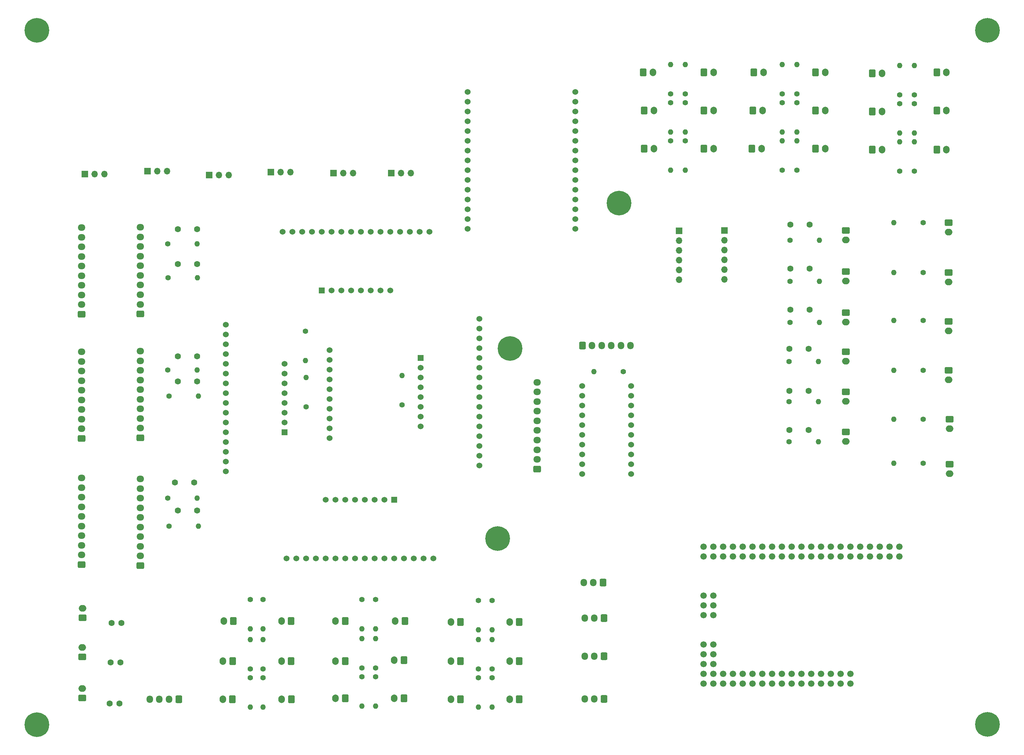
<source format=gbr>
%TF.GenerationSoftware,KiCad,Pcbnew,(6.0.7-1)-1*%
%TF.CreationDate,2022-12-15T20:56:11+05:30*%
%TF.ProjectId,BatteryCircuit,42617474-6572-4794-9369-72637569742e,rev?*%
%TF.SameCoordinates,Original*%
%TF.FileFunction,Soldermask,Top*%
%TF.FilePolarity,Negative*%
%FSLAX46Y46*%
G04 Gerber Fmt 4.6, Leading zero omitted, Abs format (unit mm)*
G04 Created by KiCad (PCBNEW (6.0.7-1)-1) date 2022-12-15 20:56:11*
%MOMM*%
%LPD*%
G01*
G04 APERTURE LIST*
G04 Aperture macros list*
%AMRoundRect*
0 Rectangle with rounded corners*
0 $1 Rounding radius*
0 $2 $3 $4 $5 $6 $7 $8 $9 X,Y pos of 4 corners*
0 Add a 4 corners polygon primitive as box body*
4,1,4,$2,$3,$4,$5,$6,$7,$8,$9,$2,$3,0*
0 Add four circle primitives for the rounded corners*
1,1,$1+$1,$2,$3*
1,1,$1+$1,$4,$5*
1,1,$1+$1,$6,$7*
1,1,$1+$1,$8,$9*
0 Add four rect primitives between the rounded corners*
20,1,$1+$1,$2,$3,$4,$5,0*
20,1,$1+$1,$4,$5,$6,$7,0*
20,1,$1+$1,$6,$7,$8,$9,0*
20,1,$1+$1,$8,$9,$2,$3,0*%
G04 Aperture macros list end*
%ADD10RoundRect,0.250000X0.600000X0.750000X-0.600000X0.750000X-0.600000X-0.750000X0.600000X-0.750000X0*%
%ADD11O,1.700000X2.000000*%
%ADD12C,1.400000*%
%ADD13O,1.400000X1.400000*%
%ADD14RoundRect,0.250000X-0.750000X0.600000X-0.750000X-0.600000X0.750000X-0.600000X0.750000X0.600000X0*%
%ADD15O,2.000000X1.700000*%
%ADD16RoundRect,0.250000X-0.600000X-0.750000X0.600000X-0.750000X0.600000X0.750000X-0.600000X0.750000X0*%
%ADD17C,1.600000*%
%ADD18R,1.700000X1.700000*%
%ADD19O,1.700000X1.700000*%
%ADD20C,1.524000*%
%ADD21RoundRect,0.250000X0.600000X0.725000X-0.600000X0.725000X-0.600000X-0.725000X0.600000X-0.725000X0*%
%ADD22O,1.700000X1.950000*%
%ADD23C,6.400000*%
%ADD24R,1.524000X1.524000*%
%ADD25RoundRect,0.250000X0.725000X-0.600000X0.725000X0.600000X-0.725000X0.600000X-0.725000X-0.600000X0*%
%ADD26O,1.950000X1.700000*%
%ADD27RoundRect,0.250000X0.750000X-0.600000X0.750000X0.600000X-0.750000X0.600000X-0.750000X-0.600000X0*%
%ADD28C,1.676400*%
%ADD29RoundRect,0.250000X-0.600000X-0.725000X0.600000X-0.725000X0.600000X0.725000X-0.600000X0.725000X0*%
G04 APERTURE END LIST*
D10*
%TO.C,J61*%
X120904000Y-191516000D03*
D11*
X118404000Y-191516000D03*
%TD*%
D12*
%TO.C,R52*%
X255397000Y-88011000D03*
D13*
X247777000Y-88011000D03*
%TD*%
D12*
%TO.C,R41*%
X59419000Y-159586000D03*
D13*
X67039000Y-159586000D03*
%TD*%
D14*
%TO.C,J48*%
X262272000Y-150769000D03*
D15*
X262272000Y-153269000D03*
%TD*%
D12*
%TO.C,R39*%
X59419000Y-126312000D03*
D13*
X67039000Y-126312000D03*
%TD*%
D16*
%TO.C,J23*%
X183007000Y-58928000D03*
D11*
X185507000Y-58928000D03*
%TD*%
D12*
%TO.C,R27*%
X253091000Y-54881000D03*
D13*
X253091000Y-47261000D03*
%TD*%
D16*
%TO.C,J44*%
X258933000Y-69105000D03*
D11*
X261433000Y-69105000D03*
%TD*%
D16*
%TO.C,J40*%
X242189000Y-59182000D03*
D11*
X244689000Y-59182000D03*
%TD*%
D17*
%TO.C,C7*%
X44834000Y-191984000D03*
X47334000Y-191984000D03*
%TD*%
D12*
%TO.C,R31*%
X59690000Y-166878000D03*
D13*
X67310000Y-166878000D03*
%TD*%
D12*
%TO.C,R43*%
X255397000Y-126365000D03*
D13*
X247777000Y-126365000D03*
%TD*%
D18*
%TO.C,J36*%
X203835000Y-90043000D03*
D19*
X203835000Y-92583000D03*
X203835000Y-95123000D03*
X203835000Y-97663000D03*
X203835000Y-100203000D03*
X203835000Y-102743000D03*
%TD*%
D12*
%TO.C,R7*%
X120142000Y-135382000D03*
D13*
X120142000Y-127762000D03*
%TD*%
D18*
%TO.C,J37*%
X192024000Y-90170000D03*
D19*
X192024000Y-92710000D03*
X192024000Y-95250000D03*
X192024000Y-97790000D03*
X192024000Y-100330000D03*
X192024000Y-102870000D03*
%TD*%
D14*
%TO.C,J66*%
X262018000Y-88031000D03*
D15*
X262018000Y-90531000D03*
%TD*%
D12*
%TO.C,R21*%
X95123000Y-116205000D03*
D13*
X95123000Y-123825000D03*
%TD*%
D16*
%TO.C,J41*%
X242189000Y-69088000D03*
D11*
X244689000Y-69088000D03*
%TD*%
D10*
%TO.C,J67*%
X91440000Y-211836000D03*
D11*
X88940000Y-211836000D03*
%TD*%
D10*
%TO.C,J54*%
X135362000Y-191787000D03*
D11*
X132862000Y-191787000D03*
%TD*%
D20*
%TO.C,U2*%
X165100000Y-89662000D03*
X165100000Y-87122000D03*
X165100000Y-84582000D03*
X165100000Y-82042000D03*
X165100000Y-79502000D03*
X165100000Y-76962000D03*
X165100000Y-74422000D03*
X165100000Y-71882000D03*
X165100000Y-69342000D03*
X165100000Y-66802000D03*
X165100000Y-64262000D03*
X165100000Y-61722000D03*
X165100000Y-59182000D03*
X165100000Y-56642000D03*
X165100000Y-54102000D03*
X137160000Y-54102000D03*
X137160000Y-56642000D03*
X137160000Y-59182000D03*
X137160000Y-61722000D03*
X137160000Y-64262000D03*
X137160000Y-66802000D03*
X137160000Y-69342000D03*
X137160000Y-71882000D03*
X137160000Y-74422000D03*
X137160000Y-76962000D03*
X137160000Y-79502000D03*
X137160000Y-82042000D03*
X137160000Y-84582000D03*
X137160000Y-87122000D03*
X137160000Y-89662000D03*
%TD*%
D18*
%TO.C,J21*%
X70104000Y-75692000D03*
D19*
X72644000Y-75692000D03*
X75184000Y-75692000D03*
%TD*%
D10*
%TO.C,J59*%
X120650000Y-211582000D03*
D11*
X118150000Y-211582000D03*
%TD*%
D21*
%TO.C,J14*%
X172553000Y-200677000D03*
D22*
X170053000Y-200677000D03*
X167553000Y-200677000D03*
%TD*%
D12*
%TO.C,R56*%
X80772000Y-206248000D03*
D13*
X80772000Y-213868000D03*
%TD*%
D10*
%TO.C,J62*%
X105410000Y-211582000D03*
D11*
X102910000Y-211582000D03*
%TD*%
D10*
%TO.C,J49*%
X150602000Y-211853000D03*
D11*
X148102000Y-211853000D03*
%TD*%
D12*
%TO.C,R42*%
X255397000Y-139065000D03*
D13*
X247777000Y-139065000D03*
%TD*%
D12*
%TO.C,R58*%
X80772000Y-185928000D03*
D13*
X80772000Y-193548000D03*
%TD*%
D16*
%TO.C,J25*%
X198501000Y-49022000D03*
D11*
X201001000Y-49022000D03*
%TD*%
D18*
%TO.C,J8*%
X117348000Y-75184000D03*
D19*
X119888000Y-75184000D03*
X122428000Y-75184000D03*
%TD*%
D12*
%TO.C,R36*%
X139954000Y-206248000D03*
D13*
X139954000Y-213868000D03*
%TD*%
D12*
%TO.C,R29*%
X253091000Y-74693000D03*
D13*
X253091000Y-67073000D03*
%TD*%
D12*
%TO.C,R15*%
X218821000Y-56896000D03*
D13*
X218821000Y-64516000D03*
%TD*%
D14*
%TO.C,J12*%
X235348000Y-131973000D03*
D15*
X235348000Y-134473000D03*
%TD*%
D21*
%TO.C,J13*%
X172553000Y-211726000D03*
D22*
X170053000Y-211726000D03*
X167553000Y-211726000D03*
%TD*%
D14*
%TO.C,J11*%
X235348000Y-100731000D03*
D15*
X235348000Y-103231000D03*
%TD*%
D16*
%TO.C,J29*%
X211475000Y-49005000D03*
D11*
X213975000Y-49005000D03*
%TD*%
D16*
%TO.C,J27*%
X198501000Y-68834000D03*
D11*
X201001000Y-68834000D03*
%TD*%
D23*
%TO.C,P1*%
X25400000Y-218440000D03*
%TD*%
D10*
%TO.C,J71*%
X76200000Y-201930000D03*
D11*
X73700000Y-201930000D03*
%TD*%
D17*
%TO.C,C5*%
X220893000Y-99949000D03*
X225893000Y-99949000D03*
%TD*%
D23*
%TO.C,P2*%
X272084800Y-218389200D03*
%TD*%
D12*
%TO.C,R17*%
X222631000Y-54610000D03*
D13*
X222631000Y-46990000D03*
%TD*%
D20*
%TO.C,U4*%
X101346000Y-121158000D03*
X101346000Y-123698000D03*
X101346000Y-126238000D03*
X101346000Y-128778000D03*
X101346000Y-131318000D03*
X101346000Y-133858000D03*
X101346000Y-136398000D03*
X101346000Y-138938000D03*
X101346000Y-141478000D03*
X101346000Y-144018000D03*
%TD*%
D12*
%TO.C,R26*%
X249281000Y-74693000D03*
D13*
X249281000Y-67073000D03*
%TD*%
D21*
%TO.C,J5*%
X172299000Y-181500000D03*
D22*
X169799000Y-181500000D03*
X167299000Y-181500000D03*
%TD*%
D12*
%TO.C,R49*%
X109748000Y-185911000D03*
D13*
X109748000Y-193531000D03*
%TD*%
D12*
%TO.C,R8*%
X189845000Y-54627000D03*
D13*
X189845000Y-47007000D03*
%TD*%
D12*
%TO.C,R40*%
X255397000Y-150495000D03*
D13*
X247777000Y-150495000D03*
%TD*%
D20*
%TO.C,U7*%
X89154000Y-90424000D03*
X91694000Y-90424000D03*
X94234000Y-90424000D03*
X96774000Y-90424000D03*
X99314000Y-90424000D03*
X101854000Y-90424000D03*
X104394000Y-90424000D03*
X106934000Y-90424000D03*
X109474000Y-90424000D03*
X112014000Y-90424000D03*
X114554000Y-90424000D03*
X117094000Y-90424000D03*
X119634000Y-90424000D03*
X122174000Y-90424000D03*
X124714000Y-90424000D03*
X127254000Y-90424000D03*
X117094000Y-105664000D03*
X114554000Y-105664000D03*
X112014000Y-105664000D03*
X109474000Y-105664000D03*
X106934000Y-105664000D03*
X104394000Y-105664000D03*
X101854000Y-105664000D03*
D24*
X99314000Y-105664000D03*
%TD*%
D12*
%TO.C,R13*%
X193655000Y-66819000D03*
D13*
X193655000Y-74439000D03*
%TD*%
D12*
%TO.C,R3*%
X220853000Y-103251000D03*
D13*
X228473000Y-103251000D03*
%TD*%
D23*
%TO.C,P7*%
X144983200Y-170129200D03*
%TD*%
D14*
%TO.C,J58*%
X262001000Y-113665000D03*
D15*
X262001000Y-116165000D03*
%TD*%
D21*
%TO.C,J10*%
X172553000Y-190771000D03*
D22*
X170053000Y-190771000D03*
X167553000Y-190771000D03*
%TD*%
D17*
%TO.C,C6*%
X220639000Y-131699000D03*
X225639000Y-131699000D03*
%TD*%
D10*
%TO.C,J64*%
X105410000Y-191516000D03*
D11*
X102910000Y-191516000D03*
%TD*%
D18*
%TO.C,J28*%
X37846000Y-75438000D03*
D19*
X40386000Y-75438000D03*
X42926000Y-75438000D03*
%TD*%
D25*
%TO.C,J7*%
X155194000Y-152019000D03*
D26*
X155194000Y-149519000D03*
X155194000Y-147019000D03*
X155194000Y-144519000D03*
X155194000Y-142019000D03*
X155194000Y-139519000D03*
X155194000Y-137019000D03*
X155194000Y-134519000D03*
X155194000Y-132019000D03*
X155194000Y-129519000D03*
%TD*%
D12*
%TO.C,R5*%
X220599000Y-144907000D03*
D13*
X228219000Y-144907000D03*
%TD*%
D10*
%TO.C,J72*%
X76434000Y-191533000D03*
D11*
X73934000Y-191533000D03*
%TD*%
D27*
%TO.C,J3*%
X37177000Y-211522000D03*
D15*
X37177000Y-209022000D03*
%TD*%
D10*
%TO.C,J69*%
X91420000Y-191533000D03*
D11*
X88920000Y-191533000D03*
%TD*%
D17*
%TO.C,C2*%
X220893000Y-88519000D03*
X225893000Y-88519000D03*
%TD*%
D18*
%TO.C,J20*%
X54102000Y-74676000D03*
D19*
X56642000Y-74676000D03*
X59182000Y-74676000D03*
%TD*%
D16*
%TO.C,J26*%
X198501000Y-58928000D03*
D11*
X201001000Y-58928000D03*
%TD*%
D17*
%TO.C,C10*%
X67016000Y-98806000D03*
X62016000Y-98806000D03*
%TD*%
D12*
%TO.C,R57*%
X80772000Y-203962000D03*
D13*
X80772000Y-196342000D03*
%TD*%
D23*
%TO.C,P5*%
X176479200Y-83007200D03*
%TD*%
D20*
%TO.C,U8*%
X128270000Y-175260000D03*
X125730000Y-175260000D03*
X123190000Y-175260000D03*
X120650000Y-175260000D03*
X118110000Y-175260000D03*
X115570000Y-175260000D03*
X113030000Y-175260000D03*
X110490000Y-175260000D03*
X107950000Y-175260000D03*
X105410000Y-175260000D03*
X102870000Y-175260000D03*
X100330000Y-175260000D03*
X97790000Y-175260000D03*
X95250000Y-175260000D03*
X92710000Y-175260000D03*
X90170000Y-175260000D03*
X100330000Y-160020000D03*
X102870000Y-160020000D03*
X105410000Y-160020000D03*
X107950000Y-160020000D03*
X110490000Y-160020000D03*
X113030000Y-160020000D03*
X115570000Y-160020000D03*
D24*
X118110000Y-160020000D03*
%TD*%
D12*
%TO.C,R28*%
X253091000Y-57167000D03*
D13*
X253091000Y-64787000D03*
%TD*%
D12*
%TO.C,R34*%
X143510000Y-203962000D03*
D13*
X143510000Y-196342000D03*
%TD*%
D23*
%TO.C,P3*%
X272034000Y-38100000D03*
%TD*%
D12*
%TO.C,R37*%
X139954000Y-203962000D03*
D13*
X139954000Y-196342000D03*
%TD*%
D16*
%TO.C,J43*%
X258933000Y-58928000D03*
D11*
X261433000Y-58928000D03*
%TD*%
D16*
%TO.C,J30*%
X211221000Y-58911000D03*
D11*
X213721000Y-58911000D03*
%TD*%
D20*
%TO.C,U6*%
X140208000Y-113030000D03*
X140208000Y-115570000D03*
X140208000Y-118110000D03*
X140208000Y-120650000D03*
X140208000Y-123190000D03*
X140208000Y-125730000D03*
X140208000Y-128270000D03*
X140208000Y-130810000D03*
X140208000Y-133350000D03*
X140208000Y-135890000D03*
X140208000Y-138430000D03*
X140208000Y-140970000D03*
X140208000Y-143510000D03*
X140208000Y-146050000D03*
X140208000Y-148590000D03*
X140208000Y-151130000D03*
X124968000Y-140970000D03*
X124968000Y-138430000D03*
X124968000Y-135890000D03*
X124968000Y-133350000D03*
X124968000Y-130810000D03*
X124968000Y-128270000D03*
X124968000Y-125730000D03*
D24*
X124968000Y-123190000D03*
%TD*%
D28*
%TO.C,U3*%
X241608000Y-172212000D03*
X241608000Y-174752000D03*
X244148000Y-172212000D03*
X244148000Y-174752000D03*
X198428000Y-189992000D03*
X236528000Y-207772000D03*
X236528000Y-205232000D03*
X233988000Y-207772000D03*
X233988000Y-205232000D03*
X231448000Y-207772000D03*
X231448000Y-205232000D03*
X228908000Y-207772000D03*
X228908000Y-205232000D03*
X226368000Y-207772000D03*
X226368000Y-205232000D03*
X223828000Y-207772000D03*
X223828000Y-205232000D03*
X221288000Y-207772000D03*
X221288000Y-205232000D03*
X218748000Y-207772000D03*
X218748000Y-205232000D03*
X239068000Y-174752000D03*
X233988000Y-174752000D03*
X233988000Y-172212000D03*
X231448000Y-174752000D03*
X231448000Y-172212000D03*
X228908000Y-174752000D03*
X228908000Y-172212000D03*
X226368000Y-174752000D03*
X226368000Y-172212000D03*
X223828000Y-174752000D03*
X223828000Y-172212000D03*
X221288000Y-174752000D03*
X221288000Y-172212000D03*
X218748000Y-174752000D03*
X218748000Y-172212000D03*
X216208000Y-174752000D03*
X216208000Y-172212000D03*
X213668000Y-174752000D03*
X213668000Y-172212000D03*
X211128000Y-174752000D03*
X211128000Y-172212000D03*
X208588000Y-174752000D03*
X208588000Y-172212000D03*
X206048000Y-174752000D03*
X206048000Y-172212000D03*
X203508000Y-174752000D03*
X203508000Y-172212000D03*
X200968000Y-174752000D03*
X200968000Y-172212000D03*
X198428000Y-174752000D03*
X198428000Y-172212000D03*
X216208000Y-207772000D03*
X216208000Y-205232000D03*
X213668000Y-207772000D03*
X213668000Y-205232000D03*
X211128000Y-207772000D03*
X211128000Y-205232000D03*
X208588000Y-207772000D03*
X208588000Y-205232000D03*
X206048000Y-207772000D03*
X206048000Y-205232000D03*
X203508000Y-207772000D03*
X203508000Y-205232000D03*
X200968000Y-207772000D03*
X200968000Y-205232000D03*
X198428000Y-207772000D03*
X198428000Y-205232000D03*
X198428000Y-202692000D03*
X200968000Y-202692000D03*
X198428000Y-200152000D03*
X200968000Y-200152000D03*
X198428000Y-197612000D03*
X200968000Y-197612000D03*
X246688000Y-172212000D03*
X246688000Y-174752000D03*
X198428000Y-184912000D03*
X200968000Y-189992000D03*
X198428000Y-187452000D03*
X200968000Y-184912000D03*
X239068000Y-172212000D03*
X236528000Y-174752000D03*
X200968000Y-187452000D03*
X236528000Y-172212000D03*
X249228000Y-172212000D03*
X249228000Y-174752000D03*
%TD*%
D17*
%TO.C,C8*%
X220639000Y-141859000D03*
X225639000Y-141859000D03*
%TD*%
D16*
%TO.C,J42*%
X258933000Y-49039000D03*
D11*
X261433000Y-49039000D03*
%TD*%
D10*
%TO.C,J60*%
X120670000Y-201659000D03*
D11*
X118170000Y-201659000D03*
%TD*%
D12*
%TO.C,R32*%
X59419000Y-93546000D03*
D13*
X67039000Y-93546000D03*
%TD*%
D12*
%TO.C,R23*%
X59436000Y-102362000D03*
D13*
X67056000Y-102362000D03*
%TD*%
D25*
%TO.C,J46*%
X52290000Y-111760000D03*
D26*
X52290000Y-109260000D03*
X52290000Y-106760000D03*
X52290000Y-104260000D03*
X52290000Y-101760000D03*
X52290000Y-99260000D03*
X52290000Y-96760000D03*
X52290000Y-94260000D03*
X52290000Y-91760000D03*
X52290000Y-89260000D03*
%TD*%
D17*
%TO.C,C3*%
X44326000Y-212939000D03*
X46826000Y-212939000D03*
%TD*%
D12*
%TO.C,R55*%
X84074000Y-185928000D03*
D13*
X84074000Y-193548000D03*
%TD*%
D12*
%TO.C,R18*%
X222631000Y-56896000D03*
D13*
X222631000Y-64516000D03*
%TD*%
D25*
%TO.C,J38*%
X37067000Y-144092000D03*
D26*
X37067000Y-141592000D03*
X37067000Y-139092000D03*
X37067000Y-136592000D03*
X37067000Y-134092000D03*
X37067000Y-131592000D03*
X37067000Y-129092000D03*
X37067000Y-126592000D03*
X37067000Y-124092000D03*
X37067000Y-121592000D03*
%TD*%
D16*
%TO.C,J39*%
X242189000Y-49276000D03*
D11*
X244689000Y-49276000D03*
%TD*%
D12*
%TO.C,R14*%
X218821000Y-54610000D03*
D13*
X218821000Y-46990000D03*
%TD*%
D14*
%TO.C,J57*%
X262018000Y-126385000D03*
D15*
X262018000Y-128885000D03*
%TD*%
D10*
%TO.C,J50*%
X150602000Y-201947000D03*
D11*
X148102000Y-201947000D03*
%TD*%
D16*
%TO.C,J33*%
X227477000Y-58928000D03*
D11*
X229977000Y-58928000D03*
%TD*%
D12*
%TO.C,R25*%
X249281000Y-57167000D03*
D13*
X249281000Y-64787000D03*
%TD*%
D16*
%TO.C,J22*%
X182753000Y-49022000D03*
D11*
X185253000Y-49022000D03*
%TD*%
D12*
%TO.C,R10*%
X189845000Y-66819000D03*
D13*
X189845000Y-74439000D03*
%TD*%
D17*
%TO.C,C13*%
X66999000Y-89736000D03*
X61999000Y-89736000D03*
%TD*%
D14*
%TO.C,J16*%
X235348000Y-111399000D03*
D15*
X235348000Y-113899000D03*
%TD*%
D12*
%TO.C,R6*%
X220853000Y-113919000D03*
D13*
X228473000Y-113919000D03*
%TD*%
D12*
%TO.C,R22*%
X177546000Y-126746000D03*
D13*
X169926000Y-126746000D03*
%TD*%
D10*
%TO.C,J70*%
X76160000Y-211836000D03*
D11*
X73660000Y-211836000D03*
%TD*%
D17*
%TO.C,C12*%
X67016000Y-162814000D03*
X62016000Y-162814000D03*
%TD*%
D12*
%TO.C,R24*%
X249281000Y-54881000D03*
D13*
X249281000Y-47261000D03*
%TD*%
D12*
%TO.C,R45*%
X113304000Y-203691000D03*
D13*
X113304000Y-196071000D03*
%TD*%
D12*
%TO.C,R50*%
X255397000Y-113411000D03*
D13*
X247777000Y-113411000D03*
%TD*%
D18*
%TO.C,J19*%
X86106000Y-74930000D03*
D19*
X88646000Y-74930000D03*
X91186000Y-74930000D03*
%TD*%
D12*
%TO.C,R9*%
X189845000Y-56913000D03*
D13*
X189845000Y-64533000D03*
%TD*%
D17*
%TO.C,C11*%
X67016000Y-129286000D03*
X62016000Y-129286000D03*
%TD*%
D12*
%TO.C,R19*%
X222631000Y-74422000D03*
D13*
X222631000Y-66802000D03*
%TD*%
D16*
%TO.C,J24*%
X183007000Y-68834000D03*
D11*
X185507000Y-68834000D03*
%TD*%
D17*
%TO.C,C4*%
X44580000Y-202271000D03*
X47080000Y-202271000D03*
%TD*%
D12*
%TO.C,R44*%
X113304000Y-205977000D03*
D13*
X113304000Y-213597000D03*
%TD*%
D16*
%TO.C,J31*%
X210967000Y-68817000D03*
D11*
X213467000Y-68817000D03*
%TD*%
D14*
%TO.C,J1*%
X235348000Y-121559000D03*
D15*
X235348000Y-124059000D03*
%TD*%
D10*
%TO.C,J52*%
X135362000Y-211853000D03*
D11*
X132862000Y-211853000D03*
%TD*%
D12*
%TO.C,R11*%
X193655000Y-54627000D03*
D13*
X193655000Y-47007000D03*
%TD*%
D12*
%TO.C,R38*%
X139954000Y-186182000D03*
D13*
X139954000Y-193802000D03*
%TD*%
D12*
%TO.C,R4*%
X220599000Y-134493000D03*
D13*
X228219000Y-134493000D03*
%TD*%
D12*
%TO.C,R1*%
X220599000Y-124079000D03*
D13*
X228219000Y-124079000D03*
%TD*%
D12*
%TO.C,R35*%
X143510000Y-186182000D03*
D13*
X143510000Y-193802000D03*
%TD*%
D12*
%TO.C,R30*%
X59690000Y-133096000D03*
D13*
X67310000Y-133096000D03*
%TD*%
D16*
%TO.C,J34*%
X227477000Y-68817000D03*
D11*
X229977000Y-68817000D03*
%TD*%
D12*
%TO.C,R16*%
X218821000Y-74422000D03*
D13*
X218821000Y-66802000D03*
%TD*%
D25*
%TO.C,J35*%
X37067000Y-111834000D03*
D26*
X37067000Y-109334000D03*
X37067000Y-106834000D03*
X37067000Y-104334000D03*
X37067000Y-101834000D03*
X37067000Y-99334000D03*
X37067000Y-96834000D03*
X37067000Y-94334000D03*
X37067000Y-91834000D03*
X37067000Y-89334000D03*
%TD*%
D21*
%TO.C,J17*%
X62230000Y-211836000D03*
D22*
X59730000Y-211836000D03*
X57230000Y-211836000D03*
X54730000Y-211836000D03*
%TD*%
D29*
%TO.C,J6*%
X166978000Y-119998000D03*
D22*
X169478000Y-119998000D03*
X171978000Y-119998000D03*
X174478000Y-119998000D03*
X176978000Y-119998000D03*
X179478000Y-119998000D03*
%TD*%
D12*
%TO.C,R2*%
X220853000Y-92583000D03*
D13*
X228473000Y-92583000D03*
%TD*%
D12*
%TO.C,R12*%
X193655000Y-56913000D03*
D13*
X193655000Y-64533000D03*
%TD*%
D18*
%TO.C,J18*%
X102362000Y-75184000D03*
D19*
X104902000Y-75184000D03*
X107442000Y-75184000D03*
%TD*%
D12*
%TO.C,R47*%
X109748000Y-205977000D03*
D13*
X109748000Y-213597000D03*
%TD*%
D12*
%TO.C,R20*%
X95250000Y-135890000D03*
D13*
X95250000Y-128270000D03*
%TD*%
D12*
%TO.C,R54*%
X84074000Y-203962000D03*
D13*
X84074000Y-196342000D03*
%TD*%
D10*
%TO.C,J53*%
X135362000Y-201947000D03*
D11*
X132862000Y-201947000D03*
%TD*%
D27*
%TO.C,J9*%
X37304000Y-190694000D03*
D15*
X37304000Y-188194000D03*
%TD*%
D20*
%TO.C,U1*%
X166878000Y-130429000D03*
X166878000Y-132969000D03*
X166878000Y-135509000D03*
X166878000Y-138049000D03*
X166878000Y-140589000D03*
X166878000Y-143129000D03*
X166878000Y-145669000D03*
X166878000Y-148209000D03*
X166878000Y-150749000D03*
X166878000Y-153289000D03*
X179578000Y-153289000D03*
X179578000Y-150749000D03*
X179578000Y-148209000D03*
X179578000Y-145669000D03*
X179578000Y-143129000D03*
X179578000Y-140589000D03*
X179578000Y-138049000D03*
X179578000Y-135509000D03*
X179578000Y-132969000D03*
X179578000Y-130429000D03*
%TD*%
%TO.C,U5*%
X74422000Y-152654000D03*
X74422000Y-150114000D03*
X74422000Y-147574000D03*
X74422000Y-145034000D03*
X74422000Y-142494000D03*
X74422000Y-139954000D03*
X74422000Y-137414000D03*
X74422000Y-134874000D03*
X74422000Y-132334000D03*
X74422000Y-129794000D03*
X74422000Y-127254000D03*
X74422000Y-124714000D03*
X74422000Y-122174000D03*
X74422000Y-119634000D03*
X74422000Y-117094000D03*
X74422000Y-114554000D03*
X89662000Y-124714000D03*
X89662000Y-127254000D03*
X89662000Y-129794000D03*
X89662000Y-132334000D03*
X89662000Y-134874000D03*
X89662000Y-137414000D03*
X89662000Y-139954000D03*
D24*
X89662000Y-142494000D03*
%TD*%
D12*
%TO.C,R51*%
X255397000Y-100965000D03*
D13*
X247777000Y-100965000D03*
%TD*%
D14*
%TO.C,J15*%
X235348000Y-142387000D03*
D15*
X235348000Y-144887000D03*
%TD*%
D25*
%TO.C,J45*%
X37067000Y-176858000D03*
D26*
X37067000Y-174358000D03*
X37067000Y-171858000D03*
X37067000Y-169358000D03*
X37067000Y-166858000D03*
X37067000Y-164358000D03*
X37067000Y-161858000D03*
X37067000Y-159358000D03*
X37067000Y-156858000D03*
X37067000Y-154358000D03*
%TD*%
D12*
%TO.C,R46*%
X113304000Y-185911000D03*
D13*
X113304000Y-193531000D03*
%TD*%
D17*
%TO.C,C9*%
X220893000Y-110617000D03*
X225893000Y-110617000D03*
%TD*%
%TO.C,C1*%
X220679000Y-120777000D03*
X225679000Y-120777000D03*
%TD*%
D12*
%TO.C,R48*%
X109748000Y-203691000D03*
D13*
X109748000Y-196071000D03*
%TD*%
D17*
%TO.C,C14*%
X66999000Y-122756000D03*
X61999000Y-122756000D03*
%TD*%
D14*
%TO.C,J56*%
X262255000Y-139065000D03*
D15*
X262255000Y-141565000D03*
%TD*%
D12*
%TO.C,R33*%
X143510000Y-206248000D03*
D13*
X143510000Y-213868000D03*
%TD*%
D23*
%TO.C,P4*%
X25400000Y-38100000D03*
%TD*%
D14*
%TO.C,J65*%
X262018000Y-100985000D03*
D15*
X262018000Y-103485000D03*
%TD*%
D23*
%TO.C,P6*%
X148234400Y-120751600D03*
%TD*%
D17*
%TO.C,C15*%
X61214000Y-155522000D03*
X66214000Y-155522000D03*
%TD*%
D12*
%TO.C,R53*%
X84074000Y-206248000D03*
D13*
X84074000Y-213868000D03*
%TD*%
D10*
%TO.C,J63*%
X105410000Y-201930000D03*
D11*
X102910000Y-201930000D03*
%TD*%
D16*
%TO.C,J32*%
X227477000Y-49005000D03*
D11*
X229977000Y-49005000D03*
%TD*%
D10*
%TO.C,J68*%
X91420000Y-201947000D03*
D11*
X88920000Y-201947000D03*
%TD*%
D27*
%TO.C,J4*%
X37177000Y-200854000D03*
D15*
X37177000Y-198354000D03*
%TD*%
D25*
%TO.C,J47*%
X52290000Y-143912000D03*
D26*
X52290000Y-141412000D03*
X52290000Y-138912000D03*
X52290000Y-136412000D03*
X52290000Y-133912000D03*
X52290000Y-131412000D03*
X52290000Y-128912000D03*
X52290000Y-126412000D03*
X52290000Y-123912000D03*
X52290000Y-121412000D03*
%TD*%
D10*
%TO.C,J51*%
X150602000Y-191787000D03*
D11*
X148102000Y-191787000D03*
%TD*%
D14*
%TO.C,J2*%
X235348000Y-90063000D03*
D15*
X235348000Y-92563000D03*
%TD*%
D25*
%TO.C,J55*%
X52307000Y-177112000D03*
D26*
X52307000Y-174612000D03*
X52307000Y-172112000D03*
X52307000Y-169612000D03*
X52307000Y-167112000D03*
X52307000Y-164612000D03*
X52307000Y-162112000D03*
X52307000Y-159612000D03*
X52307000Y-157112000D03*
X52307000Y-154612000D03*
%TD*%
M02*

</source>
